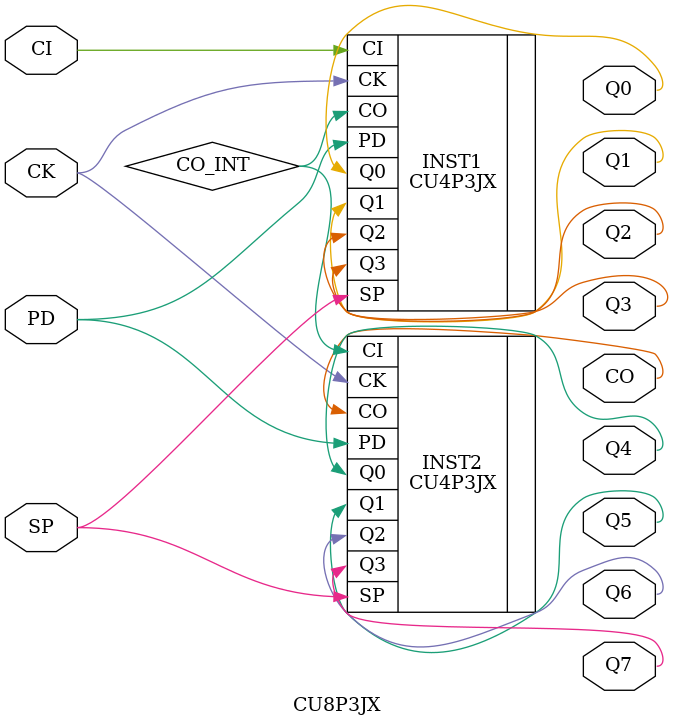
<source format=v>
`resetall
`timescale 1 ns / 100 ps

`celldefine

/* Created by DB2VERILOG Version 1.3.8.0 on Mon Sep 15 13:45:24 1997 */
/* module compiled from "lsl2db 4.4.5 (07/17/96)" run */

module CU8P3JX (CI, SP, CK, PD, CO, Q0, Q1, Q2, Q3, 
       Q4, Q5, Q6, Q7);
parameter DISABLED_GSR = 0;
defparam INST1.DISABLED_GSR = DISABLED_GSR;
defparam INST2.DISABLED_GSR = DISABLED_GSR;
input  CI, SP, CK, PD;
output CO, Q0, Q1, Q2, Q3, Q4, Q5, Q6, Q7;
CU4P3JX INST1 (.CI(CI), .SP(SP), .CK(CK), .PD(PD), .CO(
      CO_INT), .Q0(Q0), .Q1(Q1), .Q2(Q2), .Q3(Q3));
CU4P3JX INST2 (.CI(CO_INT), .SP(SP), .CK(CK), .PD(PD),
      .CO(CO), .Q0(Q4), .Q1(Q5), .Q2(Q6), .Q3(Q7));

endmodule

`endcelldefine

</source>
